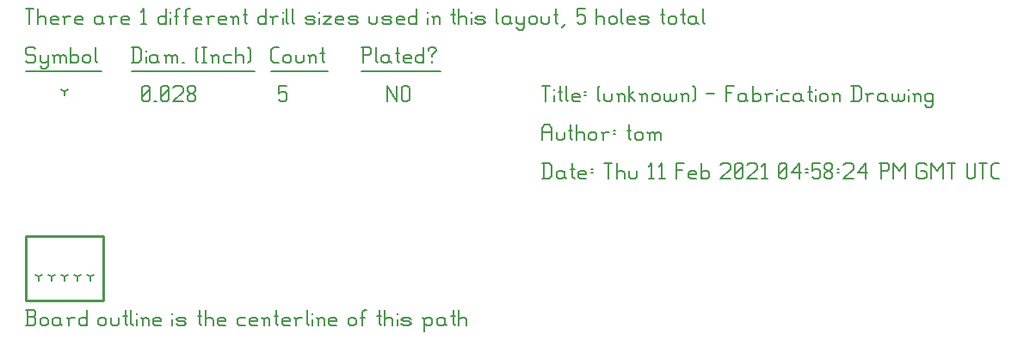
<source format=gbr>
G04 start of page 11 for group -3984 idx -3984 *
G04 Title: (unknown), fab *
G04 Creator: pcb 20140316 *
G04 CreationDate: Thu 11 Feb 2021 04:58:24 PM GMT UTC *
G04 For: tom *
G04 Format: Gerber/RS-274X *
G04 PCB-Dimensions (mil): 300.00 250.00 *
G04 PCB-Coordinate-Origin: lower left *
%MOIN*%
%FSLAX25Y25*%
%LNFAB*%
%ADD28C,0.0100*%
%ADD27C,0.0075*%
%ADD26C,0.0060*%
%ADD25C,0.0080*%
G54D25*X5000Y9500D02*Y7900D01*
Y9500D02*X6387Y10300D01*
X5000Y9500D02*X3613Y10300D01*
X10000Y9500D02*Y7900D01*
Y9500D02*X11387Y10300D01*
X10000Y9500D02*X8613Y10300D01*
X15000Y9500D02*Y7900D01*
Y9500D02*X16387Y10300D01*
X15000Y9500D02*X13613Y10300D01*
X20000Y9500D02*Y7900D01*
Y9500D02*X21387Y10300D01*
X20000Y9500D02*X18613Y10300D01*
X25000Y9500D02*Y7900D01*
Y9500D02*X26387Y10300D01*
X25000Y9500D02*X23613Y10300D01*
X15000Y81250D02*Y79650D01*
Y81250D02*X16387Y82050D01*
X15000Y81250D02*X13613Y82050D01*
G54D26*X140000Y83500D02*Y77500D01*
Y83500D02*X143750Y77500D01*
Y83500D02*Y77500D01*
X145550Y82750D02*Y78250D01*
Y82750D02*X146300Y83500D01*
X147800D01*
X148550Y82750D01*
Y78250D01*
X147800Y77500D02*X148550Y78250D01*
X146300Y77500D02*X147800D01*
X145550Y78250D02*X146300Y77500D01*
X98000Y83500D02*X101000D01*
X98000D02*Y80500D01*
X98750Y81250D01*
X100250D01*
X101000Y80500D01*
Y78250D01*
X100250Y77500D02*X101000Y78250D01*
X98750Y77500D02*X100250D01*
X98000Y78250D02*X98750Y77500D01*
X45000Y78250D02*X45750Y77500D01*
X45000Y82750D02*Y78250D01*
Y82750D02*X45750Y83500D01*
X47250D01*
X48000Y82750D01*
Y78250D01*
X47250Y77500D02*X48000Y78250D01*
X45750Y77500D02*X47250D01*
X45000Y79000D02*X48000Y82000D01*
X49800Y77500D02*X50550D01*
X52350Y78250D02*X53100Y77500D01*
X52350Y82750D02*Y78250D01*
Y82750D02*X53100Y83500D01*
X54600D01*
X55350Y82750D01*
Y78250D01*
X54600Y77500D02*X55350Y78250D01*
X53100Y77500D02*X54600D01*
X52350Y79000D02*X55350Y82000D01*
X57150Y82750D02*X57900Y83500D01*
X60150D01*
X60900Y82750D01*
Y81250D01*
X57150Y77500D02*X60900Y81250D01*
X57150Y77500D02*X60900D01*
X62700Y78250D02*X63450Y77500D01*
X62700Y79450D02*Y78250D01*
Y79450D02*X63750Y80500D01*
X64650D01*
X65700Y79450D01*
Y78250D01*
X64950Y77500D02*X65700Y78250D01*
X63450Y77500D02*X64950D01*
X62700Y81550D02*X63750Y80500D01*
X62700Y82750D02*Y81550D01*
Y82750D02*X63450Y83500D01*
X64950D01*
X65700Y82750D01*
Y81550D01*
X64650Y80500D02*X65700Y81550D01*
X3000Y98500D02*X3750Y97750D01*
X750Y98500D02*X3000D01*
X0Y97750D02*X750Y98500D01*
X0Y97750D02*Y96250D01*
X750Y95500D01*
X3000D01*
X3750Y94750D01*
Y93250D01*
X3000Y92500D02*X3750Y93250D01*
X750Y92500D02*X3000D01*
X0Y93250D02*X750Y92500D01*
X5550Y95500D02*Y93250D01*
X6300Y92500D01*
X8550Y95500D02*Y91000D01*
X7800Y90250D02*X8550Y91000D01*
X6300Y90250D02*X7800D01*
X5550Y91000D02*X6300Y90250D01*
Y92500D02*X7800D01*
X8550Y93250D01*
X11100Y94750D02*Y92500D01*
Y94750D02*X11850Y95500D01*
X12600D01*
X13350Y94750D01*
Y92500D01*
Y94750D02*X14100Y95500D01*
X14850D01*
X15600Y94750D01*
Y92500D01*
X10350Y95500D02*X11100Y94750D01*
X17400Y98500D02*Y92500D01*
Y93250D02*X18150Y92500D01*
X19650D01*
X20400Y93250D01*
Y94750D02*Y93250D01*
X19650Y95500D02*X20400Y94750D01*
X18150Y95500D02*X19650D01*
X17400Y94750D02*X18150Y95500D01*
X22200Y94750D02*Y93250D01*
Y94750D02*X22950Y95500D01*
X24450D01*
X25200Y94750D01*
Y93250D01*
X24450Y92500D02*X25200Y93250D01*
X22950Y92500D02*X24450D01*
X22200Y93250D02*X22950Y92500D01*
X27000Y98500D02*Y93250D01*
X27750Y92500D01*
X0Y89250D02*X29250D01*
X41750Y98500D02*Y92500D01*
X43700Y98500D02*X44750Y97450D01*
Y93550D01*
X43700Y92500D02*X44750Y93550D01*
X41000Y92500D02*X43700D01*
X41000Y98500D02*X43700D01*
G54D27*X46550Y97000D02*Y96850D01*
G54D26*Y94750D02*Y92500D01*
X50300Y95500D02*X51050Y94750D01*
X48800Y95500D02*X50300D01*
X48050Y94750D02*X48800Y95500D01*
X48050Y94750D02*Y93250D01*
X48800Y92500D01*
X51050Y95500D02*Y93250D01*
X51800Y92500D01*
X48800D02*X50300D01*
X51050Y93250D01*
X54350Y94750D02*Y92500D01*
Y94750D02*X55100Y95500D01*
X55850D01*
X56600Y94750D01*
Y92500D01*
Y94750D02*X57350Y95500D01*
X58100D01*
X58850Y94750D01*
Y92500D01*
X53600Y95500D02*X54350Y94750D01*
X60650Y92500D02*X61400D01*
X65900Y93250D02*X66650Y92500D01*
X65900Y97750D02*X66650Y98500D01*
X65900Y97750D02*Y93250D01*
X68450Y98500D02*X69950D01*
X69200D02*Y92500D01*
X68450D02*X69950D01*
X72500Y94750D02*Y92500D01*
Y94750D02*X73250Y95500D01*
X74000D01*
X74750Y94750D01*
Y92500D01*
X71750Y95500D02*X72500Y94750D01*
X77300Y95500D02*X79550D01*
X76550Y94750D02*X77300Y95500D01*
X76550Y94750D02*Y93250D01*
X77300Y92500D01*
X79550D01*
X81350Y98500D02*Y92500D01*
Y94750D02*X82100Y95500D01*
X83600D01*
X84350Y94750D01*
Y92500D01*
X86150Y98500D02*X86900Y97750D01*
Y93250D01*
X86150Y92500D02*X86900Y93250D01*
X41000Y89250D02*X88700D01*
X96050Y92500D02*X98000D01*
X95000Y93550D02*X96050Y92500D01*
X95000Y97450D02*Y93550D01*
Y97450D02*X96050Y98500D01*
X98000D01*
X99800Y94750D02*Y93250D01*
Y94750D02*X100550Y95500D01*
X102050D01*
X102800Y94750D01*
Y93250D01*
X102050Y92500D02*X102800Y93250D01*
X100550Y92500D02*X102050D01*
X99800Y93250D02*X100550Y92500D01*
X104600Y95500D02*Y93250D01*
X105350Y92500D01*
X106850D01*
X107600Y93250D01*
Y95500D02*Y93250D01*
X110150Y94750D02*Y92500D01*
Y94750D02*X110900Y95500D01*
X111650D01*
X112400Y94750D01*
Y92500D01*
X109400Y95500D02*X110150Y94750D01*
X114950Y98500D02*Y93250D01*
X115700Y92500D01*
X114200Y96250D02*X115700D01*
X95000Y89250D02*X117200D01*
X130750Y98500D02*Y92500D01*
X130000Y98500D02*X133000D01*
X133750Y97750D01*
Y96250D01*
X133000Y95500D02*X133750Y96250D01*
X130750Y95500D02*X133000D01*
X135550Y98500D02*Y93250D01*
X136300Y92500D01*
X140050Y95500D02*X140800Y94750D01*
X138550Y95500D02*X140050D01*
X137800Y94750D02*X138550Y95500D01*
X137800Y94750D02*Y93250D01*
X138550Y92500D01*
X140800Y95500D02*Y93250D01*
X141550Y92500D01*
X138550D02*X140050D01*
X140800Y93250D01*
X144100Y98500D02*Y93250D01*
X144850Y92500D01*
X143350Y96250D02*X144850D01*
X147100Y92500D02*X149350D01*
X146350Y93250D02*X147100Y92500D01*
X146350Y94750D02*Y93250D01*
Y94750D02*X147100Y95500D01*
X148600D01*
X149350Y94750D01*
X146350Y94000D02*X149350D01*
Y94750D02*Y94000D01*
X154150Y98500D02*Y92500D01*
X153400D02*X154150Y93250D01*
X151900Y92500D02*X153400D01*
X151150Y93250D02*X151900Y92500D01*
X151150Y94750D02*Y93250D01*
Y94750D02*X151900Y95500D01*
X153400D01*
X154150Y94750D01*
X157450Y95500D02*Y94750D01*
Y93250D02*Y92500D01*
X155950Y97750D02*Y97000D01*
Y97750D02*X156700Y98500D01*
X158200D01*
X158950Y97750D01*
Y97000D01*
X157450Y95500D02*X158950Y97000D01*
X130000Y89250D02*X160750D01*
X0Y113500D02*X3000D01*
X1500D02*Y107500D01*
X4800Y113500D02*Y107500D01*
Y109750D02*X5550Y110500D01*
X7050D01*
X7800Y109750D01*
Y107500D01*
X10350D02*X12600D01*
X9600Y108250D02*X10350Y107500D01*
X9600Y109750D02*Y108250D01*
Y109750D02*X10350Y110500D01*
X11850D01*
X12600Y109750D01*
X9600Y109000D02*X12600D01*
Y109750D02*Y109000D01*
X15150Y109750D02*Y107500D01*
Y109750D02*X15900Y110500D01*
X17400D01*
X14400D02*X15150Y109750D01*
X19950Y107500D02*X22200D01*
X19200Y108250D02*X19950Y107500D01*
X19200Y109750D02*Y108250D01*
Y109750D02*X19950Y110500D01*
X21450D01*
X22200Y109750D01*
X19200Y109000D02*X22200D01*
Y109750D02*Y109000D01*
X28950Y110500D02*X29700Y109750D01*
X27450Y110500D02*X28950D01*
X26700Y109750D02*X27450Y110500D01*
X26700Y109750D02*Y108250D01*
X27450Y107500D01*
X29700Y110500D02*Y108250D01*
X30450Y107500D01*
X27450D02*X28950D01*
X29700Y108250D01*
X33000Y109750D02*Y107500D01*
Y109750D02*X33750Y110500D01*
X35250D01*
X32250D02*X33000Y109750D01*
X37800Y107500D02*X40050D01*
X37050Y108250D02*X37800Y107500D01*
X37050Y109750D02*Y108250D01*
Y109750D02*X37800Y110500D01*
X39300D01*
X40050Y109750D01*
X37050Y109000D02*X40050D01*
Y109750D02*Y109000D01*
X44550Y112300D02*X45750Y113500D01*
Y107500D01*
X44550D02*X46800D01*
X54300Y113500D02*Y107500D01*
X53550D02*X54300Y108250D01*
X52050Y107500D02*X53550D01*
X51300Y108250D02*X52050Y107500D01*
X51300Y109750D02*Y108250D01*
Y109750D02*X52050Y110500D01*
X53550D01*
X54300Y109750D01*
G54D27*X56100Y112000D02*Y111850D01*
G54D26*Y109750D02*Y107500D01*
X58350Y112750D02*Y107500D01*
Y112750D02*X59100Y113500D01*
X59850D01*
X57600Y110500D02*X59100D01*
X62100Y112750D02*Y107500D01*
Y112750D02*X62850Y113500D01*
X63600D01*
X61350Y110500D02*X62850D01*
X65850Y107500D02*X68100D01*
X65100Y108250D02*X65850Y107500D01*
X65100Y109750D02*Y108250D01*
Y109750D02*X65850Y110500D01*
X67350D01*
X68100Y109750D01*
X65100Y109000D02*X68100D01*
Y109750D02*Y109000D01*
X70650Y109750D02*Y107500D01*
Y109750D02*X71400Y110500D01*
X72900D01*
X69900D02*X70650Y109750D01*
X75450Y107500D02*X77700D01*
X74700Y108250D02*X75450Y107500D01*
X74700Y109750D02*Y108250D01*
Y109750D02*X75450Y110500D01*
X76950D01*
X77700Y109750D01*
X74700Y109000D02*X77700D01*
Y109750D02*Y109000D01*
X80250Y109750D02*Y107500D01*
Y109750D02*X81000Y110500D01*
X81750D01*
X82500Y109750D01*
Y107500D01*
X79500Y110500D02*X80250Y109750D01*
X85050Y113500D02*Y108250D01*
X85800Y107500D01*
X84300Y111250D02*X85800D01*
X93000Y113500D02*Y107500D01*
X92250D02*X93000Y108250D01*
X90750Y107500D02*X92250D01*
X90000Y108250D02*X90750Y107500D01*
X90000Y109750D02*Y108250D01*
Y109750D02*X90750Y110500D01*
X92250D01*
X93000Y109750D01*
X95550D02*Y107500D01*
Y109750D02*X96300Y110500D01*
X97800D01*
X94800D02*X95550Y109750D01*
G54D27*X99600Y112000D02*Y111850D01*
G54D26*Y109750D02*Y107500D01*
X101100Y113500D02*Y108250D01*
X101850Y107500D01*
X103350Y113500D02*Y108250D01*
X104100Y107500D01*
X109050D02*X111300D01*
X112050Y108250D01*
X111300Y109000D02*X112050Y108250D01*
X109050Y109000D02*X111300D01*
X108300Y109750D02*X109050Y109000D01*
X108300Y109750D02*X109050Y110500D01*
X111300D01*
X112050Y109750D01*
X108300Y108250D02*X109050Y107500D01*
G54D27*X113850Y112000D02*Y111850D01*
G54D26*Y109750D02*Y107500D01*
X115350Y110500D02*X118350D01*
X115350Y107500D02*X118350Y110500D01*
X115350Y107500D02*X118350D01*
X120900D02*X123150D01*
X120150Y108250D02*X120900Y107500D01*
X120150Y109750D02*Y108250D01*
Y109750D02*X120900Y110500D01*
X122400D01*
X123150Y109750D01*
X120150Y109000D02*X123150D01*
Y109750D02*Y109000D01*
X125700Y107500D02*X127950D01*
X128700Y108250D01*
X127950Y109000D02*X128700Y108250D01*
X125700Y109000D02*X127950D01*
X124950Y109750D02*X125700Y109000D01*
X124950Y109750D02*X125700Y110500D01*
X127950D01*
X128700Y109750D01*
X124950Y108250D02*X125700Y107500D01*
X133200Y110500D02*Y108250D01*
X133950Y107500D01*
X135450D01*
X136200Y108250D01*
Y110500D02*Y108250D01*
X138750Y107500D02*X141000D01*
X141750Y108250D01*
X141000Y109000D02*X141750Y108250D01*
X138750Y109000D02*X141000D01*
X138000Y109750D02*X138750Y109000D01*
X138000Y109750D02*X138750Y110500D01*
X141000D01*
X141750Y109750D01*
X138000Y108250D02*X138750Y107500D01*
X144300D02*X146550D01*
X143550Y108250D02*X144300Y107500D01*
X143550Y109750D02*Y108250D01*
Y109750D02*X144300Y110500D01*
X145800D01*
X146550Y109750D01*
X143550Y109000D02*X146550D01*
Y109750D02*Y109000D01*
X151350Y113500D02*Y107500D01*
X150600D02*X151350Y108250D01*
X149100Y107500D02*X150600D01*
X148350Y108250D02*X149100Y107500D01*
X148350Y109750D02*Y108250D01*
Y109750D02*X149100Y110500D01*
X150600D01*
X151350Y109750D01*
G54D27*X155850Y112000D02*Y111850D01*
G54D26*Y109750D02*Y107500D01*
X158100Y109750D02*Y107500D01*
Y109750D02*X158850Y110500D01*
X159600D01*
X160350Y109750D01*
Y107500D01*
X157350Y110500D02*X158100Y109750D01*
X165600Y113500D02*Y108250D01*
X166350Y107500D01*
X164850Y111250D02*X166350D01*
X167850Y113500D02*Y107500D01*
Y109750D02*X168600Y110500D01*
X170100D01*
X170850Y109750D01*
Y107500D01*
G54D27*X172650Y112000D02*Y111850D01*
G54D26*Y109750D02*Y107500D01*
X174900D02*X177150D01*
X177900Y108250D01*
X177150Y109000D02*X177900Y108250D01*
X174900Y109000D02*X177150D01*
X174150Y109750D02*X174900Y109000D01*
X174150Y109750D02*X174900Y110500D01*
X177150D01*
X177900Y109750D01*
X174150Y108250D02*X174900Y107500D01*
X182400Y113500D02*Y108250D01*
X183150Y107500D01*
X186900Y110500D02*X187650Y109750D01*
X185400Y110500D02*X186900D01*
X184650Y109750D02*X185400Y110500D01*
X184650Y109750D02*Y108250D01*
X185400Y107500D01*
X187650Y110500D02*Y108250D01*
X188400Y107500D01*
X185400D02*X186900D01*
X187650Y108250D01*
X190200Y110500D02*Y108250D01*
X190950Y107500D01*
X193200Y110500D02*Y106000D01*
X192450Y105250D02*X193200Y106000D01*
X190950Y105250D02*X192450D01*
X190200Y106000D02*X190950Y105250D01*
Y107500D02*X192450D01*
X193200Y108250D01*
X195000Y109750D02*Y108250D01*
Y109750D02*X195750Y110500D01*
X197250D01*
X198000Y109750D01*
Y108250D01*
X197250Y107500D02*X198000Y108250D01*
X195750Y107500D02*X197250D01*
X195000Y108250D02*X195750Y107500D01*
X199800Y110500D02*Y108250D01*
X200550Y107500D01*
X202050D01*
X202800Y108250D01*
Y110500D02*Y108250D01*
X205350Y113500D02*Y108250D01*
X206100Y107500D01*
X204600Y111250D02*X206100D01*
X207600Y106000D02*X209100Y107500D01*
X213600Y113500D02*X216600D01*
X213600D02*Y110500D01*
X214350Y111250D01*
X215850D01*
X216600Y110500D01*
Y108250D01*
X215850Y107500D02*X216600Y108250D01*
X214350Y107500D02*X215850D01*
X213600Y108250D02*X214350Y107500D01*
X221100Y113500D02*Y107500D01*
Y109750D02*X221850Y110500D01*
X223350D01*
X224100Y109750D01*
Y107500D01*
X225900Y109750D02*Y108250D01*
Y109750D02*X226650Y110500D01*
X228150D01*
X228900Y109750D01*
Y108250D01*
X228150Y107500D02*X228900Y108250D01*
X226650Y107500D02*X228150D01*
X225900Y108250D02*X226650Y107500D01*
X230700Y113500D02*Y108250D01*
X231450Y107500D01*
X233700D02*X235950D01*
X232950Y108250D02*X233700Y107500D01*
X232950Y109750D02*Y108250D01*
Y109750D02*X233700Y110500D01*
X235200D01*
X235950Y109750D01*
X232950Y109000D02*X235950D01*
Y109750D02*Y109000D01*
X238500Y107500D02*X240750D01*
X241500Y108250D01*
X240750Y109000D02*X241500Y108250D01*
X238500Y109000D02*X240750D01*
X237750Y109750D02*X238500Y109000D01*
X237750Y109750D02*X238500Y110500D01*
X240750D01*
X241500Y109750D01*
X237750Y108250D02*X238500Y107500D01*
X246750Y113500D02*Y108250D01*
X247500Y107500D01*
X246000Y111250D02*X247500D01*
X249000Y109750D02*Y108250D01*
Y109750D02*X249750Y110500D01*
X251250D01*
X252000Y109750D01*
Y108250D01*
X251250Y107500D02*X252000Y108250D01*
X249750Y107500D02*X251250D01*
X249000Y108250D02*X249750Y107500D01*
X254550Y113500D02*Y108250D01*
X255300Y107500D01*
X253800Y111250D02*X255300D01*
X259050Y110500D02*X259800Y109750D01*
X257550Y110500D02*X259050D01*
X256800Y109750D02*X257550Y110500D01*
X256800Y109750D02*Y108250D01*
X257550Y107500D01*
X259800Y110500D02*Y108250D01*
X260550Y107500D01*
X257550D02*X259050D01*
X259800Y108250D01*
X262350Y113500D02*Y108250D01*
X263100Y107500D01*
G54D28*X0Y25000D02*X30000D01*
Y13000D01*
X0Y25000D02*Y0D01*
X30000D01*
Y25000D01*
G54D26*X0Y-9500D02*X3000D01*
X3750Y-8750D01*
Y-6950D02*Y-8750D01*
X3000Y-6200D02*X3750Y-6950D01*
X750Y-6200D02*X3000D01*
X750Y-3500D02*Y-9500D01*
X0Y-3500D02*X3000D01*
X3750Y-4250D01*
Y-5450D01*
X3000Y-6200D02*X3750Y-5450D01*
X5550Y-7250D02*Y-8750D01*
Y-7250D02*X6300Y-6500D01*
X7800D01*
X8550Y-7250D01*
Y-8750D01*
X7800Y-9500D02*X8550Y-8750D01*
X6300Y-9500D02*X7800D01*
X5550Y-8750D02*X6300Y-9500D01*
X12600Y-6500D02*X13350Y-7250D01*
X11100Y-6500D02*X12600D01*
X10350Y-7250D02*X11100Y-6500D01*
X10350Y-7250D02*Y-8750D01*
X11100Y-9500D01*
X13350Y-6500D02*Y-8750D01*
X14100Y-9500D01*
X11100D02*X12600D01*
X13350Y-8750D01*
X16650Y-7250D02*Y-9500D01*
Y-7250D02*X17400Y-6500D01*
X18900D01*
X15900D02*X16650Y-7250D01*
X23700Y-3500D02*Y-9500D01*
X22950D02*X23700Y-8750D01*
X21450Y-9500D02*X22950D01*
X20700Y-8750D02*X21450Y-9500D01*
X20700Y-7250D02*Y-8750D01*
Y-7250D02*X21450Y-6500D01*
X22950D01*
X23700Y-7250D01*
X28200D02*Y-8750D01*
Y-7250D02*X28950Y-6500D01*
X30450D01*
X31200Y-7250D01*
Y-8750D01*
X30450Y-9500D02*X31200Y-8750D01*
X28950Y-9500D02*X30450D01*
X28200Y-8750D02*X28950Y-9500D01*
X33000Y-6500D02*Y-8750D01*
X33750Y-9500D01*
X35250D01*
X36000Y-8750D01*
Y-6500D02*Y-8750D01*
X38550Y-3500D02*Y-8750D01*
X39300Y-9500D01*
X37800Y-5750D02*X39300D01*
X40800Y-3500D02*Y-8750D01*
X41550Y-9500D01*
G54D27*X43050Y-5000D02*Y-5150D01*
G54D26*Y-7250D02*Y-9500D01*
X45300Y-7250D02*Y-9500D01*
Y-7250D02*X46050Y-6500D01*
X46800D01*
X47550Y-7250D01*
Y-9500D01*
X44550Y-6500D02*X45300Y-7250D01*
X50100Y-9500D02*X52350D01*
X49350Y-8750D02*X50100Y-9500D01*
X49350Y-7250D02*Y-8750D01*
Y-7250D02*X50100Y-6500D01*
X51600D01*
X52350Y-7250D01*
X49350Y-8000D02*X52350D01*
Y-7250D02*Y-8000D01*
G54D27*X56850Y-5000D02*Y-5150D01*
G54D26*Y-7250D02*Y-9500D01*
X59100D02*X61350D01*
X62100Y-8750D01*
X61350Y-8000D02*X62100Y-8750D01*
X59100Y-8000D02*X61350D01*
X58350Y-7250D02*X59100Y-8000D01*
X58350Y-7250D02*X59100Y-6500D01*
X61350D01*
X62100Y-7250D01*
X58350Y-8750D02*X59100Y-9500D01*
X67350Y-3500D02*Y-8750D01*
X68100Y-9500D01*
X66600Y-5750D02*X68100D01*
X69600Y-3500D02*Y-9500D01*
Y-7250D02*X70350Y-6500D01*
X71850D01*
X72600Y-7250D01*
Y-9500D01*
X75150D02*X77400D01*
X74400Y-8750D02*X75150Y-9500D01*
X74400Y-7250D02*Y-8750D01*
Y-7250D02*X75150Y-6500D01*
X76650D01*
X77400Y-7250D01*
X74400Y-8000D02*X77400D01*
Y-7250D02*Y-8000D01*
X82650Y-6500D02*X84900D01*
X81900Y-7250D02*X82650Y-6500D01*
X81900Y-7250D02*Y-8750D01*
X82650Y-9500D01*
X84900D01*
X87450D02*X89700D01*
X86700Y-8750D02*X87450Y-9500D01*
X86700Y-7250D02*Y-8750D01*
Y-7250D02*X87450Y-6500D01*
X88950D01*
X89700Y-7250D01*
X86700Y-8000D02*X89700D01*
Y-7250D02*Y-8000D01*
X92250Y-7250D02*Y-9500D01*
Y-7250D02*X93000Y-6500D01*
X93750D01*
X94500Y-7250D01*
Y-9500D01*
X91500Y-6500D02*X92250Y-7250D01*
X97050Y-3500D02*Y-8750D01*
X97800Y-9500D01*
X96300Y-5750D02*X97800D01*
X100050Y-9500D02*X102300D01*
X99300Y-8750D02*X100050Y-9500D01*
X99300Y-7250D02*Y-8750D01*
Y-7250D02*X100050Y-6500D01*
X101550D01*
X102300Y-7250D01*
X99300Y-8000D02*X102300D01*
Y-7250D02*Y-8000D01*
X104850Y-7250D02*Y-9500D01*
Y-7250D02*X105600Y-6500D01*
X107100D01*
X104100D02*X104850Y-7250D01*
X108900Y-3500D02*Y-8750D01*
X109650Y-9500D01*
G54D27*X111150Y-5000D02*Y-5150D01*
G54D26*Y-7250D02*Y-9500D01*
X113400Y-7250D02*Y-9500D01*
Y-7250D02*X114150Y-6500D01*
X114900D01*
X115650Y-7250D01*
Y-9500D01*
X112650Y-6500D02*X113400Y-7250D01*
X118200Y-9500D02*X120450D01*
X117450Y-8750D02*X118200Y-9500D01*
X117450Y-7250D02*Y-8750D01*
Y-7250D02*X118200Y-6500D01*
X119700D01*
X120450Y-7250D01*
X117450Y-8000D02*X120450D01*
Y-7250D02*Y-8000D01*
X124950Y-7250D02*Y-8750D01*
Y-7250D02*X125700Y-6500D01*
X127200D01*
X127950Y-7250D01*
Y-8750D01*
X127200Y-9500D02*X127950Y-8750D01*
X125700Y-9500D02*X127200D01*
X124950Y-8750D02*X125700Y-9500D01*
X130500Y-4250D02*Y-9500D01*
Y-4250D02*X131250Y-3500D01*
X132000D01*
X129750Y-6500D02*X131250D01*
X136950Y-3500D02*Y-8750D01*
X137700Y-9500D01*
X136200Y-5750D02*X137700D01*
X139200Y-3500D02*Y-9500D01*
Y-7250D02*X139950Y-6500D01*
X141450D01*
X142200Y-7250D01*
Y-9500D01*
G54D27*X144000Y-5000D02*Y-5150D01*
G54D26*Y-7250D02*Y-9500D01*
X146250D02*X148500D01*
X149250Y-8750D01*
X148500Y-8000D02*X149250Y-8750D01*
X146250Y-8000D02*X148500D01*
X145500Y-7250D02*X146250Y-8000D01*
X145500Y-7250D02*X146250Y-6500D01*
X148500D01*
X149250Y-7250D01*
X145500Y-8750D02*X146250Y-9500D01*
X154500Y-7250D02*Y-11750D01*
X153750Y-6500D02*X154500Y-7250D01*
X155250Y-6500D01*
X156750D01*
X157500Y-7250D01*
Y-8750D01*
X156750Y-9500D02*X157500Y-8750D01*
X155250Y-9500D02*X156750D01*
X154500Y-8750D02*X155250Y-9500D01*
X161550Y-6500D02*X162300Y-7250D01*
X160050Y-6500D02*X161550D01*
X159300Y-7250D02*X160050Y-6500D01*
X159300Y-7250D02*Y-8750D01*
X160050Y-9500D01*
X162300Y-6500D02*Y-8750D01*
X163050Y-9500D01*
X160050D02*X161550D01*
X162300Y-8750D01*
X165600Y-3500D02*Y-8750D01*
X166350Y-9500D01*
X164850Y-5750D02*X166350D01*
X167850Y-3500D02*Y-9500D01*
Y-7250D02*X168600Y-6500D01*
X170100D01*
X170850Y-7250D01*
Y-9500D01*
X200750Y53500D02*Y47500D01*
X202700Y53500D02*X203750Y52450D01*
Y48550D01*
X202700Y47500D02*X203750Y48550D01*
X200000Y47500D02*X202700D01*
X200000Y53500D02*X202700D01*
X207800Y50500D02*X208550Y49750D01*
X206300Y50500D02*X207800D01*
X205550Y49750D02*X206300Y50500D01*
X205550Y49750D02*Y48250D01*
X206300Y47500D01*
X208550Y50500D02*Y48250D01*
X209300Y47500D01*
X206300D02*X207800D01*
X208550Y48250D01*
X211850Y53500D02*Y48250D01*
X212600Y47500D01*
X211100Y51250D02*X212600D01*
X214850Y47500D02*X217100D01*
X214100Y48250D02*X214850Y47500D01*
X214100Y49750D02*Y48250D01*
Y49750D02*X214850Y50500D01*
X216350D01*
X217100Y49750D01*
X214100Y49000D02*X217100D01*
Y49750D02*Y49000D01*
X218900Y51250D02*X219650D01*
X218900Y49750D02*X219650D01*
X224150Y53500D02*X227150D01*
X225650D02*Y47500D01*
X228950Y53500D02*Y47500D01*
Y49750D02*X229700Y50500D01*
X231200D01*
X231950Y49750D01*
Y47500D01*
X233750Y50500D02*Y48250D01*
X234500Y47500D01*
X236000D01*
X236750Y48250D01*
Y50500D02*Y48250D01*
X241250Y52300D02*X242450Y53500D01*
Y47500D01*
X241250D02*X243500D01*
X245300Y52300D02*X246500Y53500D01*
Y47500D01*
X245300D02*X247550D01*
X252050Y53500D02*Y47500D01*
Y53500D02*X255050D01*
X252050Y50800D02*X254300D01*
X257600Y47500D02*X259850D01*
X256850Y48250D02*X257600Y47500D01*
X256850Y49750D02*Y48250D01*
Y49750D02*X257600Y50500D01*
X259100D01*
X259850Y49750D01*
X256850Y49000D02*X259850D01*
Y49750D02*Y49000D01*
X261650Y53500D02*Y47500D01*
Y48250D02*X262400Y47500D01*
X263900D01*
X264650Y48250D01*
Y49750D02*Y48250D01*
X263900Y50500D02*X264650Y49750D01*
X262400Y50500D02*X263900D01*
X261650Y49750D02*X262400Y50500D01*
X269150Y52750D02*X269900Y53500D01*
X272150D01*
X272900Y52750D01*
Y51250D01*
X269150Y47500D02*X272900Y51250D01*
X269150Y47500D02*X272900D01*
X274700Y48250D02*X275450Y47500D01*
X274700Y52750D02*Y48250D01*
Y52750D02*X275450Y53500D01*
X276950D01*
X277700Y52750D01*
Y48250D01*
X276950Y47500D02*X277700Y48250D01*
X275450Y47500D02*X276950D01*
X274700Y49000D02*X277700Y52000D01*
X279500Y52750D02*X280250Y53500D01*
X282500D01*
X283250Y52750D01*
Y51250D01*
X279500Y47500D02*X283250Y51250D01*
X279500Y47500D02*X283250D01*
X285050Y52300D02*X286250Y53500D01*
Y47500D01*
X285050D02*X287300D01*
X291800Y48250D02*X292550Y47500D01*
X291800Y52750D02*Y48250D01*
Y52750D02*X292550Y53500D01*
X294050D01*
X294800Y52750D01*
Y48250D01*
X294050Y47500D02*X294800Y48250D01*
X292550Y47500D02*X294050D01*
X291800Y49000D02*X294800Y52000D01*
X296600Y49750D02*X299600Y53500D01*
X296600Y49750D02*X300350D01*
X299600Y53500D02*Y47500D01*
X302150Y51250D02*X302900D01*
X302150Y49750D02*X302900D01*
X304700Y53500D02*X307700D01*
X304700D02*Y50500D01*
X305450Y51250D01*
X306950D01*
X307700Y50500D01*
Y48250D01*
X306950Y47500D02*X307700Y48250D01*
X305450Y47500D02*X306950D01*
X304700Y48250D02*X305450Y47500D01*
X309500Y48250D02*X310250Y47500D01*
X309500Y49450D02*Y48250D01*
Y49450D02*X310550Y50500D01*
X311450D01*
X312500Y49450D01*
Y48250D01*
X311750Y47500D02*X312500Y48250D01*
X310250Y47500D02*X311750D01*
X309500Y51550D02*X310550Y50500D01*
X309500Y52750D02*Y51550D01*
Y52750D02*X310250Y53500D01*
X311750D01*
X312500Y52750D01*
Y51550D01*
X311450Y50500D02*X312500Y51550D01*
X314300Y51250D02*X315050D01*
X314300Y49750D02*X315050D01*
X316850Y52750D02*X317600Y53500D01*
X319850D01*
X320600Y52750D01*
Y51250D01*
X316850Y47500D02*X320600Y51250D01*
X316850Y47500D02*X320600D01*
X322400Y49750D02*X325400Y53500D01*
X322400Y49750D02*X326150D01*
X325400Y53500D02*Y47500D01*
X331400Y53500D02*Y47500D01*
X330650Y53500D02*X333650D01*
X334400Y52750D01*
Y51250D01*
X333650Y50500D02*X334400Y51250D01*
X331400Y50500D02*X333650D01*
X336200Y53500D02*Y47500D01*
Y53500D02*X338450Y50500D01*
X340700Y53500D01*
Y47500D01*
X348200Y53500D02*X348950Y52750D01*
X345950Y53500D02*X348200D01*
X345200Y52750D02*X345950Y53500D01*
X345200Y52750D02*Y48250D01*
X345950Y47500D01*
X348200D01*
X348950Y48250D01*
Y49750D02*Y48250D01*
X348200Y50500D02*X348950Y49750D01*
X346700Y50500D02*X348200D01*
X350750Y53500D02*Y47500D01*
Y53500D02*X353000Y50500D01*
X355250Y53500D01*
Y47500D01*
X357050Y53500D02*X360050D01*
X358550D02*Y47500D01*
X364550Y53500D02*Y48250D01*
X365300Y47500D01*
X366800D01*
X367550Y48250D01*
Y53500D02*Y48250D01*
X369350Y53500D02*X372350D01*
X370850D02*Y47500D01*
X375200D02*X377150D01*
X374150Y48550D02*X375200Y47500D01*
X374150Y52450D02*Y48550D01*
Y52450D02*X375200Y53500D01*
X377150D01*
X200000Y67000D02*Y62500D01*
Y67000D02*X201050Y68500D01*
X202700D01*
X203750Y67000D01*
Y62500D01*
X200000Y65500D02*X203750D01*
X205550D02*Y63250D01*
X206300Y62500D01*
X207800D01*
X208550Y63250D01*
Y65500D02*Y63250D01*
X211100Y68500D02*Y63250D01*
X211850Y62500D01*
X210350Y66250D02*X211850D01*
X213350Y68500D02*Y62500D01*
Y64750D02*X214100Y65500D01*
X215600D01*
X216350Y64750D01*
Y62500D01*
X218150Y64750D02*Y63250D01*
Y64750D02*X218900Y65500D01*
X220400D01*
X221150Y64750D01*
Y63250D01*
X220400Y62500D02*X221150Y63250D01*
X218900Y62500D02*X220400D01*
X218150Y63250D02*X218900Y62500D01*
X223700Y64750D02*Y62500D01*
Y64750D02*X224450Y65500D01*
X225950D01*
X222950D02*X223700Y64750D01*
X227750Y66250D02*X228500D01*
X227750Y64750D02*X228500D01*
X233750Y68500D02*Y63250D01*
X234500Y62500D01*
X233000Y66250D02*X234500D01*
X236000Y64750D02*Y63250D01*
Y64750D02*X236750Y65500D01*
X238250D01*
X239000Y64750D01*
Y63250D01*
X238250Y62500D02*X239000Y63250D01*
X236750Y62500D02*X238250D01*
X236000Y63250D02*X236750Y62500D01*
X241550Y64750D02*Y62500D01*
Y64750D02*X242300Y65500D01*
X243050D01*
X243800Y64750D01*
Y62500D01*
Y64750D02*X244550Y65500D01*
X245300D01*
X246050Y64750D01*
Y62500D01*
X240800Y65500D02*X241550Y64750D01*
X200000Y83500D02*X203000D01*
X201500D02*Y77500D01*
G54D27*X204800Y82000D02*Y81850D01*
G54D26*Y79750D02*Y77500D01*
X207050Y83500D02*Y78250D01*
X207800Y77500D01*
X206300Y81250D02*X207800D01*
X209300Y83500D02*Y78250D01*
X210050Y77500D01*
X212300D02*X214550D01*
X211550Y78250D02*X212300Y77500D01*
X211550Y79750D02*Y78250D01*
Y79750D02*X212300Y80500D01*
X213800D01*
X214550Y79750D01*
X211550Y79000D02*X214550D01*
Y79750D02*Y79000D01*
X216350Y81250D02*X217100D01*
X216350Y79750D02*X217100D01*
X221600Y78250D02*X222350Y77500D01*
X221600Y82750D02*X222350Y83500D01*
X221600Y82750D02*Y78250D01*
X224150Y80500D02*Y78250D01*
X224900Y77500D01*
X226400D01*
X227150Y78250D01*
Y80500D02*Y78250D01*
X229700Y79750D02*Y77500D01*
Y79750D02*X230450Y80500D01*
X231200D01*
X231950Y79750D01*
Y77500D01*
X228950Y80500D02*X229700Y79750D01*
X233750Y83500D02*Y77500D01*
Y79750D02*X236000Y77500D01*
X233750Y79750D02*X235250Y81250D01*
X238550Y79750D02*Y77500D01*
Y79750D02*X239300Y80500D01*
X240050D01*
X240800Y79750D01*
Y77500D01*
X237800Y80500D02*X238550Y79750D01*
X242600D02*Y78250D01*
Y79750D02*X243350Y80500D01*
X244850D01*
X245600Y79750D01*
Y78250D01*
X244850Y77500D02*X245600Y78250D01*
X243350Y77500D02*X244850D01*
X242600Y78250D02*X243350Y77500D01*
X247400Y80500D02*Y78250D01*
X248150Y77500D01*
X248900D01*
X249650Y78250D01*
Y80500D02*Y78250D01*
X250400Y77500D01*
X251150D01*
X251900Y78250D01*
Y80500D02*Y78250D01*
X254450Y79750D02*Y77500D01*
Y79750D02*X255200Y80500D01*
X255950D01*
X256700Y79750D01*
Y77500D01*
X253700Y80500D02*X254450Y79750D01*
X258500Y83500D02*X259250Y82750D01*
Y78250D01*
X258500Y77500D02*X259250Y78250D01*
X263750Y80500D02*X266750D01*
X271250Y83500D02*Y77500D01*
Y83500D02*X274250D01*
X271250Y80800D02*X273500D01*
X278300Y80500D02*X279050Y79750D01*
X276800Y80500D02*X278300D01*
X276050Y79750D02*X276800Y80500D01*
X276050Y79750D02*Y78250D01*
X276800Y77500D01*
X279050Y80500D02*Y78250D01*
X279800Y77500D01*
X276800D02*X278300D01*
X279050Y78250D01*
X281600Y83500D02*Y77500D01*
Y78250D02*X282350Y77500D01*
X283850D01*
X284600Y78250D01*
Y79750D02*Y78250D01*
X283850Y80500D02*X284600Y79750D01*
X282350Y80500D02*X283850D01*
X281600Y79750D02*X282350Y80500D01*
X287150Y79750D02*Y77500D01*
Y79750D02*X287900Y80500D01*
X289400D01*
X286400D02*X287150Y79750D01*
G54D27*X291200Y82000D02*Y81850D01*
G54D26*Y79750D02*Y77500D01*
X293450Y80500D02*X295700D01*
X292700Y79750D02*X293450Y80500D01*
X292700Y79750D02*Y78250D01*
X293450Y77500D01*
X295700D01*
X299750Y80500D02*X300500Y79750D01*
X298250Y80500D02*X299750D01*
X297500Y79750D02*X298250Y80500D01*
X297500Y79750D02*Y78250D01*
X298250Y77500D01*
X300500Y80500D02*Y78250D01*
X301250Y77500D01*
X298250D02*X299750D01*
X300500Y78250D01*
X303800Y83500D02*Y78250D01*
X304550Y77500D01*
X303050Y81250D02*X304550D01*
G54D27*X306050Y82000D02*Y81850D01*
G54D26*Y79750D02*Y77500D01*
X307550Y79750D02*Y78250D01*
Y79750D02*X308300Y80500D01*
X309800D01*
X310550Y79750D01*
Y78250D01*
X309800Y77500D02*X310550Y78250D01*
X308300Y77500D02*X309800D01*
X307550Y78250D02*X308300Y77500D01*
X313100Y79750D02*Y77500D01*
Y79750D02*X313850Y80500D01*
X314600D01*
X315350Y79750D01*
Y77500D01*
X312350Y80500D02*X313100Y79750D01*
X320600Y83500D02*Y77500D01*
X322550Y83500D02*X323600Y82450D01*
Y78550D01*
X322550Y77500D02*X323600Y78550D01*
X319850Y77500D02*X322550D01*
X319850Y83500D02*X322550D01*
X326150Y79750D02*Y77500D01*
Y79750D02*X326900Y80500D01*
X328400D01*
X325400D02*X326150Y79750D01*
X332450Y80500D02*X333200Y79750D01*
X330950Y80500D02*X332450D01*
X330200Y79750D02*X330950Y80500D01*
X330200Y79750D02*Y78250D01*
X330950Y77500D01*
X333200Y80500D02*Y78250D01*
X333950Y77500D01*
X330950D02*X332450D01*
X333200Y78250D01*
X335750Y80500D02*Y78250D01*
X336500Y77500D01*
X337250D01*
X338000Y78250D01*
Y80500D02*Y78250D01*
X338750Y77500D01*
X339500D01*
X340250Y78250D01*
Y80500D02*Y78250D01*
G54D27*X342050Y82000D02*Y81850D01*
G54D26*Y79750D02*Y77500D01*
X344300Y79750D02*Y77500D01*
Y79750D02*X345050Y80500D01*
X345800D01*
X346550Y79750D01*
Y77500D01*
X343550Y80500D02*X344300Y79750D01*
X350600Y80500D02*X351350Y79750D01*
X349100Y80500D02*X350600D01*
X348350Y79750D02*X349100Y80500D01*
X348350Y79750D02*Y78250D01*
X349100Y77500D01*
X350600D01*
X351350Y78250D01*
X348350Y76000D02*X349100Y75250D01*
X350600D01*
X351350Y76000D01*
Y80500D02*Y76000D01*
M02*

</source>
